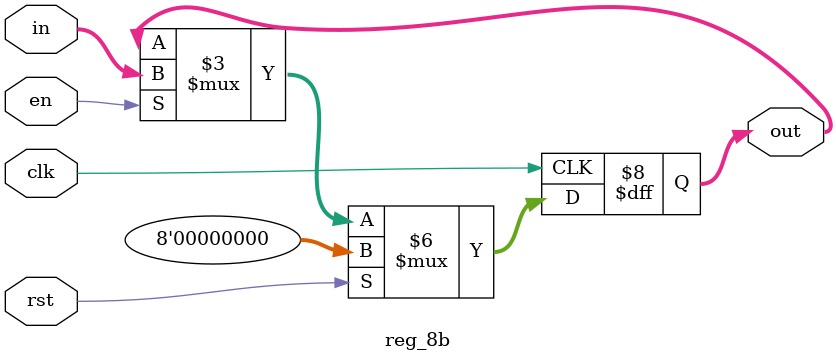
<source format=v>
`timescale 1ns / 1ps


module reg_8b(output reg [7:0] out,
              input[7:0] in,
              input en,rst,clk          
   
    );
    
    always @(posedge clk)
     if (rst) out<=0;
     else if(en)  out<=in;
     else out<=out;
   
endmodule

</source>
